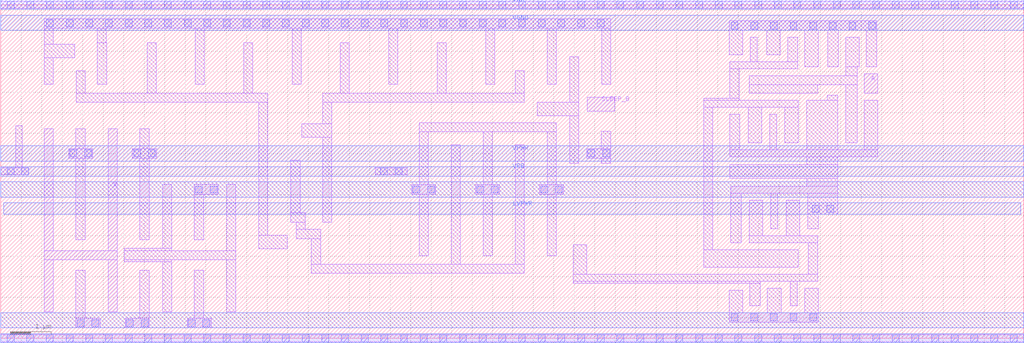
<source format=lef>
# Copyright 2020 The SkyWater PDK Authors
#
# Licensed under the Apache License, Version 2.0 (the "License");
# you may not use this file except in compliance with the License.
# You may obtain a copy of the License at
#
#     https://www.apache.org/licenses/LICENSE-2.0
#
# Unless required by applicable law or agreed to in writing, software
# distributed under the License is distributed on an "AS IS" BASIS,
# WITHOUT WARRANTIES OR CONDITIONS OF ANY KIND, either express or implied.
# See the License for the specific language governing permissions and
# limitations under the License.
#
# SPDX-License-Identifier: Apache-2.0

VERSION 5.7 ;
  NAMESCASESENSITIVE ON ;
  NOWIREEXTENSIONATPIN ON ;
  DIVIDERCHAR "/" ;
  BUSBITCHARS "[]" ;
UNITS
  DATABASE MICRONS 200 ;
END UNITS
SITE unithvdbl
  SYMMETRY y ;
  CLASS CORE ;
  SIZE  24.96000 BY  8.140000 ;
END unithvdbl
MACRO sky130_fd_sc_hvl__lsbuflv2hv_clkiso_hlkg_3
  CLASS CORE ;
  SOURCE USER ;
  FOREIGN sky130_fd_sc_hvl__lsbuflv2hv_clkiso_hlkg_3 ;
  ORIGIN  0.000000  0.000000 ;
  SIZE  24.96000 BY  8.140000 ;
  SYMMETRY X Y ;
  SITE unithvdbl ;
  PIN A
    ANTENNAGATEAREA  0.558000 ;
    DIRECTION INPUT ;
    USE SIGNAL ;
    PORT
      LAYER li1 ;
        RECT 21.070000 5.975000 21.400000 6.455000 ;
    END
  END A
  PIN SLEEP_B
    ANTENNAGATEAREA  0.750000 ;
    DIRECTION INPUT ;
    USE SIGNAL ;
    PORT
      LAYER li1 ;
        RECT 14.315000 5.545000 14.985000 5.875000 ;
    END
  END SLEEP_B
  PIN X
    ANTENNADIFFAREA  2.180000 ;
    DIRECTION OUTPUT ;
    USE SIGNAL ;
    PORT
      LAYER li1 ;
        RECT 1.060000 0.645000 1.280000 1.920000 ;
        RECT 1.060000 1.920000 2.840000 2.140000 ;
        RECT 1.060000 2.140000 1.280000 5.115000 ;
        RECT 2.620000 0.645000 2.840000 1.920000 ;
        RECT 2.620000 2.140000 2.840000 5.115000 ;
    END
  END X
  PIN LVPWR
    DIRECTION INOUT ;
    USE POWER ;
    PORT
      LAYER met1 ;
        RECT 0.070000 3.020000 24.890000 3.305000 ;
    END
  END LVPWR
  PIN VGND
    DIRECTION INOUT ;
    USE GROUND ;
    PORT
      LAYER met1 ;
        RECT 0.000000 7.515000 24.960000 7.885000 ;
    END
  END VGND
  PIN VNB
    DIRECTION INOUT ;
    USE GROUND ;
    PORT
      LAYER met1 ;
        RECT 0.000000 8.025000 24.960000 8.255000 ;
    END
  END VNB
  PIN VPB
    DIRECTION INOUT ;
    USE POWER ;
    PORT
      LAYER met1 ;
        RECT 0.000000 3.955000 24.960000 4.185000 ;
    END
  END VPB
  PIN VPWR
    DIRECTION INOUT ;
    USE POWER ;
    PORT
      LAYER met1 ;
        RECT 0.000000 4.325000 24.960000 4.695000 ;
    END
  END VPWR
  OBS
    LAYER li1 ;
      RECT  0.000000 -0.085000 24.960000 0.085000 ;
      RECT  0.000000  3.985000  0.685000 4.155000 ;
      RECT  0.000000  8.055000 24.960000 8.225000 ;
      RECT  0.360000  4.155000  0.530000 5.180000 ;
      RECT  1.060000  6.195000  1.280000 6.850000 ;
      RECT  1.060000  6.850000  1.810000 7.180000 ;
      RECT  1.060000  7.180000  1.280000 7.570000 ;
      RECT  1.060000  7.570000 14.885000 7.800000 ;
      RECT  1.655000  4.395000  2.245000 4.625000 ;
      RECT  1.835000  0.255000  2.425000 0.485000 ;
      RECT  1.835000  0.485000  2.065000 1.655000 ;
      RECT  1.835000  2.405000  2.065000 4.395000 ;
      RECT  1.835000  4.625000  2.065000 5.115000 ;
      RECT  1.840000  5.755000  6.520000 5.975000 ;
      RECT  1.840000  5.975000  2.060000 6.525000 ;
      RECT  2.360000  6.195000  2.585000 7.205000 ;
      RECT  2.360000  7.205000  2.580000 7.570000 ;
      RECT  3.010000  1.865000  4.170000 1.920000 ;
      RECT  3.010000  1.920000  5.730000 2.140000 ;
      RECT  3.010000  2.140000  4.170000 2.195000 ;
      RECT  3.035000  0.255000  3.625000 0.485000 ;
      RECT  3.215000  4.395000  3.805000 4.625000 ;
      RECT  3.395000  0.485000  3.625000 1.655000 ;
      RECT  3.395000  2.405000  3.625000 4.395000 ;
      RECT  3.395000  4.625000  3.625000 5.115000 ;
      RECT  3.570000  5.975000  3.790000 7.205000 ;
      RECT  3.950000  0.645000  4.170000 1.865000 ;
      RECT  3.950000  2.195000  4.170000 3.755000 ;
      RECT  4.545000  0.255000  5.135000 0.485000 ;
      RECT  4.725000  0.485000  4.955000 1.655000 ;
      RECT  4.725000  2.405000  4.955000 3.515000 ;
      RECT  4.725000  3.515000  5.310000 3.755000 ;
      RECT  4.750000  6.195000  4.970000 7.570000 ;
      RECT  5.510000  0.645000  5.730000 1.920000 ;
      RECT  5.510000  2.140000  5.730000 3.755000 ;
      RECT  5.930000  5.975000  6.150000 7.205000 ;
      RECT  6.300000  2.185000  6.995000 2.515000 ;
      RECT  6.300000  2.515000  6.520000 5.755000 ;
      RECT  7.075000  2.835000  7.435000 3.065000 ;
      RECT  7.075000  3.065000  7.305000 4.345000 ;
      RECT  7.110000  6.195000  7.330000 7.570000 ;
      RECT  7.205000  2.425000  7.805000 2.655000 ;
      RECT  7.205000  2.655000  7.435000 2.835000 ;
      RECT  7.345000  4.905000  8.080000 5.235000 ;
      RECT  7.575000  1.585000 12.770000 1.805000 ;
      RECT  7.575000  1.805000  7.805000 2.425000 ;
      RECT  7.860000  2.835000  8.080000 4.905000 ;
      RECT  7.860000  5.235000  8.080000 5.755000 ;
      RECT  7.860000  5.755000 12.775000 5.975000 ;
      RECT  8.290000  5.975000  8.510000 7.205000 ;
      RECT  9.135000  3.985000  9.925000 4.155000 ;
      RECT  9.470000  6.195000  9.690000 7.570000 ;
      RECT 10.025000  3.515000 10.615000 3.745000 ;
      RECT 10.210000  2.015000 10.430000 3.515000 ;
      RECT 10.210000  3.745000 10.430000 5.035000 ;
      RECT 10.210000  5.035000 13.550000 5.255000 ;
      RECT 10.650000  5.975000 10.870000 7.205000 ;
      RECT 10.990000  1.805000 11.210000 4.725000 ;
      RECT 11.585000  3.515000 12.175000 3.745000 ;
      RECT 11.770000  2.015000 11.990000 3.515000 ;
      RECT 11.770000  3.745000 11.990000 5.035000 ;
      RECT 11.830000  6.195000 12.050000 7.570000 ;
      RECT 12.550000  1.805000 12.770000 4.725000 ;
      RECT 12.555000  5.975000 12.775000 6.525000 ;
      RECT 13.090000  5.425000 14.105000 5.755000 ;
      RECT 13.145000  3.515000 13.735000 3.745000 ;
      RECT 13.330000  2.015000 13.550000 3.515000 ;
      RECT 13.330000  3.745000 13.550000 5.035000 ;
      RECT 13.335000  6.195000 13.555000 7.570000 ;
      RECT 13.885000  4.265000 14.105000 5.425000 ;
      RECT 13.885000  5.755000 14.105000 6.865000 ;
      RECT 13.965000  1.345000 18.530000 1.395000 ;
      RECT 13.965000  1.395000 19.940000 1.565000 ;
      RECT 13.965000  1.565000 14.295000 2.285000 ;
      RECT 14.295000  4.395000 14.885000 4.625000 ;
      RECT 14.655000  4.265000 14.885000 4.395000 ;
      RECT 14.655000  4.625000 14.885000 5.055000 ;
      RECT 14.665000  6.195000 14.885000 7.570000 ;
      RECT 17.160000  1.735000 19.465000 2.165000 ;
      RECT 17.160000  2.165000 17.380000 5.635000 ;
      RECT 17.160000  5.635000 19.465000 5.805000 ;
      RECT 17.160000  5.805000 18.020000 5.855000 ;
      RECT 17.780000  0.395000 19.950000 0.625000 ;
      RECT 17.780000  0.625000 18.110000 1.175000 ;
      RECT 17.780000  6.915000 18.110000 7.515000 ;
      RECT 17.780000  7.515000 21.375000 7.745000 ;
      RECT 17.785000  4.435000 21.400000 4.605000 ;
      RECT 17.785000  4.605000 18.035000 5.465000 ;
      RECT 17.790000  5.855000 18.020000 6.575000 ;
      RECT 17.790000  6.575000 19.450000 6.745000 ;
      RECT 17.795000  3.905000 20.420000 4.235000 ;
      RECT 17.815000  2.335000 18.065000 3.535000 ;
      RECT 17.815000  3.535000 20.420000 3.705000 ;
      RECT 18.235000  4.775000 18.565000 5.635000 ;
      RECT 18.265000  2.335000 19.940000 2.505000 ;
      RECT 18.265000  2.505000 18.595000 3.365000 ;
      RECT 18.265000  5.975000 19.940000 6.185000 ;
      RECT 18.265000  6.185000 20.900000 6.405000 ;
      RECT 18.280000  0.795000 18.530000 1.345000 ;
      RECT 18.290000  6.745000 18.460000 7.345000 ;
      RECT 18.690000  6.915000 19.020000 7.515000 ;
      RECT 18.710000  0.625000 19.040000 1.225000 ;
      RECT 18.765000  4.605000 18.935000 5.465000 ;
      RECT 18.795000  2.675000 18.965000 3.535000 ;
      RECT 19.135000  4.775000 19.465000 5.635000 ;
      RECT 19.165000  2.505000 19.495000 3.365000 ;
      RECT 19.200000  6.745000 19.450000 7.345000 ;
      RECT 19.270000  0.795000 19.440000 1.395000 ;
      RECT 19.620000  0.625000 19.950000 1.225000 ;
      RECT 19.620000  6.625000 19.950000 7.515000 ;
      RECT 19.665000  3.705000 20.420000 3.905000 ;
      RECT 19.665000  4.235000 20.420000 4.435000 ;
      RECT 19.665000  4.605000 20.420000 5.805000 ;
      RECT 19.695000  2.675000 19.945000 3.020000 ;
      RECT 19.695000  3.020000 20.420000 3.535000 ;
      RECT 19.710000  1.565000 19.940000 2.335000 ;
      RECT 20.170000  5.805000 20.420000 5.935000 ;
      RECT 20.185000  6.625000 20.435000 7.515000 ;
      RECT 20.615000  4.775000 20.900000 6.185000 ;
      RECT 20.615000  6.405000 20.900000 6.625000 ;
      RECT 20.615000  6.625000 20.945000 7.345000 ;
      RECT 21.070000  4.605000 21.400000 5.805000 ;
      RECT 21.125000  6.625000 21.375000 7.515000 ;
    LAYER mcon ;
      RECT  0.155000 -0.085000  0.325000 0.085000 ;
      RECT  0.155000  3.985000  0.325000 4.155000 ;
      RECT  0.155000  8.055000  0.325000 8.225000 ;
      RECT  0.515000  3.985000  0.685000 4.155000 ;
      RECT  0.635000 -0.085000  0.805000 0.085000 ;
      RECT  0.635000  8.055000  0.805000 8.225000 ;
      RECT  1.115000 -0.085000  1.285000 0.085000 ;
      RECT  1.115000  7.600000  1.285000 7.770000 ;
      RECT  1.115000  8.055000  1.285000 8.225000 ;
      RECT  1.595000 -0.085000  1.765000 0.085000 ;
      RECT  1.595000  7.600000  1.765000 7.770000 ;
      RECT  1.595000  8.055000  1.765000 8.225000 ;
      RECT  1.685000  4.425000  1.855000 4.595000 ;
      RECT  1.865000  0.285000  2.035000 0.455000 ;
      RECT  2.045000  4.425000  2.215000 4.595000 ;
      RECT  2.075000 -0.085000  2.245000 0.085000 ;
      RECT  2.075000  7.600000  2.245000 7.770000 ;
      RECT  2.075000  8.055000  2.245000 8.225000 ;
      RECT  2.225000  0.285000  2.395000 0.455000 ;
      RECT  2.555000 -0.085000  2.725000 0.085000 ;
      RECT  2.555000  7.600000  2.725000 7.770000 ;
      RECT  2.555000  8.055000  2.725000 8.225000 ;
      RECT  3.035000 -0.085000  3.205000 0.085000 ;
      RECT  3.035000  7.600000  3.205000 7.770000 ;
      RECT  3.035000  8.055000  3.205000 8.225000 ;
      RECT  3.065000  0.285000  3.235000 0.455000 ;
      RECT  3.245000  4.425000  3.415000 4.595000 ;
      RECT  3.425000  0.285000  3.595000 0.455000 ;
      RECT  3.515000 -0.085000  3.685000 0.085000 ;
      RECT  3.515000  7.600000  3.685000 7.770000 ;
      RECT  3.515000  8.055000  3.685000 8.225000 ;
      RECT  3.605000  4.425000  3.775000 4.595000 ;
      RECT  3.995000 -0.085000  4.165000 0.085000 ;
      RECT  3.995000  7.600000  4.165000 7.770000 ;
      RECT  3.995000  8.055000  4.165000 8.225000 ;
      RECT  4.475000 -0.085000  4.645000 0.085000 ;
      RECT  4.475000  7.600000  4.645000 7.770000 ;
      RECT  4.475000  8.055000  4.645000 8.225000 ;
      RECT  4.575000  0.285000  4.745000 0.455000 ;
      RECT  4.750000  3.545000  4.920000 3.715000 ;
      RECT  4.935000  0.285000  5.105000 0.455000 ;
      RECT  4.955000 -0.085000  5.125000 0.085000 ;
      RECT  4.955000  7.600000  5.125000 7.770000 ;
      RECT  4.955000  8.055000  5.125000 8.225000 ;
      RECT  5.110000  3.545000  5.280000 3.715000 ;
      RECT  5.435000 -0.085000  5.605000 0.085000 ;
      RECT  5.435000  7.600000  5.605000 7.770000 ;
      RECT  5.435000  8.055000  5.605000 8.225000 ;
      RECT  5.915000 -0.085000  6.085000 0.085000 ;
      RECT  5.915000  7.600000  6.085000 7.770000 ;
      RECT  5.915000  8.055000  6.085000 8.225000 ;
      RECT  6.395000 -0.085000  6.565000 0.085000 ;
      RECT  6.395000  7.600000  6.565000 7.770000 ;
      RECT  6.395000  8.055000  6.565000 8.225000 ;
      RECT  6.875000 -0.085000  7.045000 0.085000 ;
      RECT  6.875000  7.600000  7.045000 7.770000 ;
      RECT  6.875000  8.055000  7.045000 8.225000 ;
      RECT  7.355000 -0.085000  7.525000 0.085000 ;
      RECT  7.355000  7.600000  7.525000 7.770000 ;
      RECT  7.355000  8.055000  7.525000 8.225000 ;
      RECT  7.835000 -0.085000  8.005000 0.085000 ;
      RECT  7.835000  7.600000  8.005000 7.770000 ;
      RECT  7.835000  8.055000  8.005000 8.225000 ;
      RECT  8.315000 -0.085000  8.485000 0.085000 ;
      RECT  8.315000  7.600000  8.485000 7.770000 ;
      RECT  8.315000  8.055000  8.485000 8.225000 ;
      RECT  8.795000 -0.085000  8.965000 0.085000 ;
      RECT  8.795000  7.600000  8.965000 7.770000 ;
      RECT  8.795000  8.055000  8.965000 8.225000 ;
      RECT  9.265000  3.985000  9.435000 4.155000 ;
      RECT  9.275000 -0.085000  9.445000 0.085000 ;
      RECT  9.275000  7.600000  9.445000 7.770000 ;
      RECT  9.275000  8.055000  9.445000 8.225000 ;
      RECT  9.625000  3.985000  9.795000 4.155000 ;
      RECT  9.755000 -0.085000  9.925000 0.085000 ;
      RECT  9.755000  7.600000  9.925000 7.770000 ;
      RECT  9.755000  8.055000  9.925000 8.225000 ;
      RECT 10.055000  3.545000 10.225000 3.715000 ;
      RECT 10.235000 -0.085000 10.405000 0.085000 ;
      RECT 10.235000  7.600000 10.405000 7.770000 ;
      RECT 10.235000  8.055000 10.405000 8.225000 ;
      RECT 10.415000  3.545000 10.585000 3.715000 ;
      RECT 10.715000 -0.085000 10.885000 0.085000 ;
      RECT 10.715000  7.600000 10.885000 7.770000 ;
      RECT 10.715000  8.055000 10.885000 8.225000 ;
      RECT 11.195000 -0.085000 11.365000 0.085000 ;
      RECT 11.195000  7.600000 11.365000 7.770000 ;
      RECT 11.195000  8.055000 11.365000 8.225000 ;
      RECT 11.615000  3.545000 11.785000 3.715000 ;
      RECT 11.675000 -0.085000 11.845000 0.085000 ;
      RECT 11.675000  7.600000 11.845000 7.770000 ;
      RECT 11.675000  8.055000 11.845000 8.225000 ;
      RECT 11.975000  3.545000 12.145000 3.715000 ;
      RECT 12.155000 -0.085000 12.325000 0.085000 ;
      RECT 12.155000  7.600000 12.325000 7.770000 ;
      RECT 12.155000  8.055000 12.325000 8.225000 ;
      RECT 12.635000 -0.085000 12.805000 0.085000 ;
      RECT 12.635000  7.600000 12.805000 7.770000 ;
      RECT 12.635000  8.055000 12.805000 8.225000 ;
      RECT 13.115000 -0.085000 13.285000 0.085000 ;
      RECT 13.115000  7.600000 13.285000 7.770000 ;
      RECT 13.115000  8.055000 13.285000 8.225000 ;
      RECT 13.175000  3.545000 13.345000 3.715000 ;
      RECT 13.535000  3.545000 13.705000 3.715000 ;
      RECT 13.590000  7.600000 13.760000 7.770000 ;
      RECT 13.595000 -0.085000 13.765000 0.085000 ;
      RECT 13.595000  8.055000 13.765000 8.225000 ;
      RECT 14.075000 -0.085000 14.245000 0.085000 ;
      RECT 14.075000  7.600000 14.245000 7.770000 ;
      RECT 14.075000  8.055000 14.245000 8.225000 ;
      RECT 14.325000  4.425000 14.495000 4.595000 ;
      RECT 14.555000 -0.085000 14.725000 0.085000 ;
      RECT 14.555000  7.600000 14.725000 7.770000 ;
      RECT 14.555000  8.055000 14.725000 8.225000 ;
      RECT 14.685000  4.425000 14.855000 4.595000 ;
      RECT 15.035000 -0.085000 15.205000 0.085000 ;
      RECT 15.035000  8.055000 15.205000 8.225000 ;
      RECT 15.515000 -0.085000 15.685000 0.085000 ;
      RECT 15.515000  8.055000 15.685000 8.225000 ;
      RECT 15.995000 -0.085000 16.165000 0.085000 ;
      RECT 15.995000  8.055000 16.165000 8.225000 ;
      RECT 16.475000 -0.085000 16.645000 0.085000 ;
      RECT 16.475000  8.055000 16.645000 8.225000 ;
      RECT 16.955000 -0.085000 17.125000 0.085000 ;
      RECT 16.955000  8.055000 17.125000 8.225000 ;
      RECT 17.435000 -0.085000 17.605000 0.085000 ;
      RECT 17.435000  8.055000 17.605000 8.225000 ;
      RECT 17.820000  0.425000 17.990000 0.595000 ;
      RECT 17.820000  7.545000 17.990000 7.715000 ;
      RECT 17.915000 -0.085000 18.085000 0.085000 ;
      RECT 17.915000  8.055000 18.085000 8.225000 ;
      RECT 18.300000  0.425000 18.470000 0.595000 ;
      RECT 18.300000  7.545000 18.470000 7.715000 ;
      RECT 18.395000 -0.085000 18.565000 0.085000 ;
      RECT 18.395000  8.055000 18.565000 8.225000 ;
      RECT 18.780000  0.425000 18.950000 0.595000 ;
      RECT 18.780000  7.545000 18.950000 7.715000 ;
      RECT 18.875000 -0.085000 19.045000 0.085000 ;
      RECT 18.875000  8.055000 19.045000 8.225000 ;
      RECT 19.260000  0.425000 19.430000 0.595000 ;
      RECT 19.260000  7.545000 19.430000 7.715000 ;
      RECT 19.355000 -0.085000 19.525000 0.085000 ;
      RECT 19.355000  8.055000 19.525000 8.225000 ;
      RECT 19.740000  0.425000 19.910000 0.595000 ;
      RECT 19.740000  7.545000 19.910000 7.715000 ;
      RECT 19.800000  3.070000 19.970000 3.240000 ;
      RECT 19.835000 -0.085000 20.005000 0.085000 ;
      RECT 19.835000  8.055000 20.005000 8.225000 ;
      RECT 20.160000  3.070000 20.330000 3.240000 ;
      RECT 20.220000  7.545000 20.390000 7.715000 ;
      RECT 20.315000 -0.085000 20.485000 0.085000 ;
      RECT 20.315000  8.055000 20.485000 8.225000 ;
      RECT 20.700000  7.545000 20.870000 7.715000 ;
      RECT 20.795000 -0.085000 20.965000 0.085000 ;
      RECT 20.795000  8.055000 20.965000 8.225000 ;
      RECT 21.180000  7.545000 21.350000 7.715000 ;
      RECT 21.275000 -0.085000 21.445000 0.085000 ;
      RECT 21.275000  8.055000 21.445000 8.225000 ;
      RECT 21.755000 -0.085000 21.925000 0.085000 ;
      RECT 21.755000  8.055000 21.925000 8.225000 ;
      RECT 22.235000 -0.085000 22.405000 0.085000 ;
      RECT 22.235000  8.055000 22.405000 8.225000 ;
      RECT 22.715000 -0.085000 22.885000 0.085000 ;
      RECT 22.715000  8.055000 22.885000 8.225000 ;
      RECT 23.195000 -0.085000 23.365000 0.085000 ;
      RECT 23.195000  8.055000 23.365000 8.225000 ;
      RECT 23.675000 -0.085000 23.845000 0.085000 ;
      RECT 23.675000  8.055000 23.845000 8.225000 ;
      RECT 24.155000 -0.085000 24.325000 0.085000 ;
      RECT 24.155000  8.055000 24.325000 8.225000 ;
      RECT 24.635000 -0.085000 24.805000 0.085000 ;
      RECT 24.635000  8.055000 24.805000 8.225000 ;
    LAYER met1 ;
      RECT 0.000000 -0.115000 24.960000 0.115000 ;
      RECT 0.000000  0.255000 24.960000 0.625000 ;
      RECT 0.000000  3.445000 24.960000 3.815000 ;
  END
END sky130_fd_sc_hvl__lsbuflv2hv_clkiso_hlkg_3
END LIBRARY

</source>
